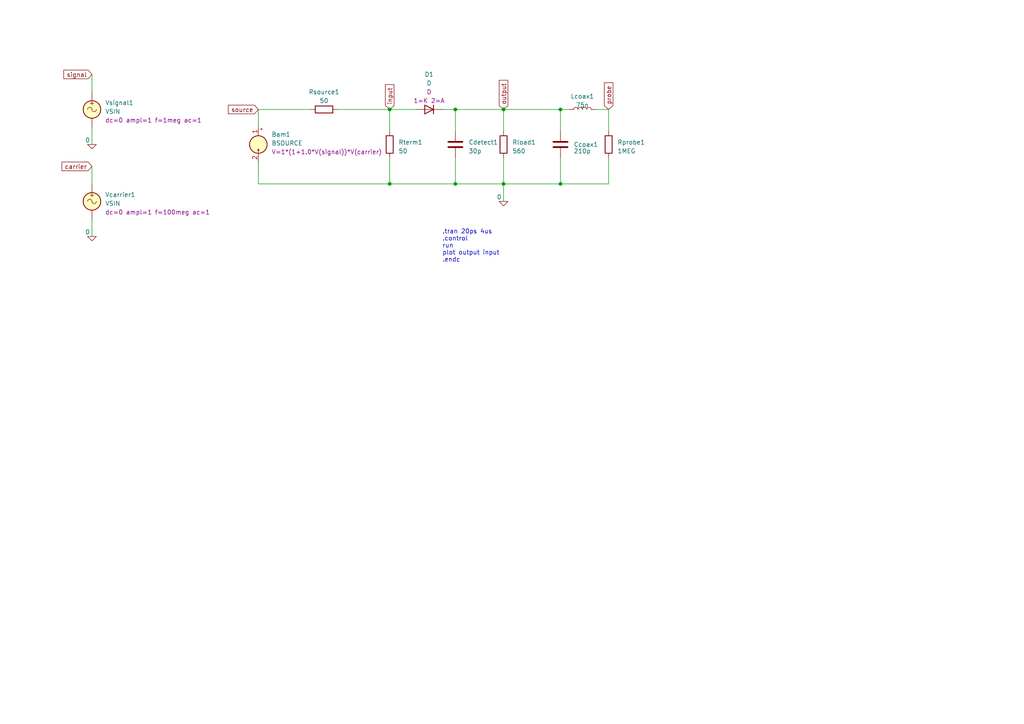
<source format=kicad_sch>
(kicad_sch (version 20230121) (generator eeschema)
  (paper "A4")
  (lib_symbols
    (symbol "Device:C" (pin_numbers hide) (pin_names (offset 0.254))
      (property "Reference" "C" (at 0.635 2.54 0))
      (property "Value" "C" (at 0.635 -2.54 0))
      (symbol "C_0_1"
        (polyline (pts (xy -2.032 -0.762) (xy 2.032 -0.762)) (stroke (width 0.508)))
        (polyline (pts (xy -2.032 0.762) (xy 2.032 0.762)) (stroke (width 0.508)))
      )
      (symbol "C_1_1"
        (pin passive line (at 0 3.81 270) (length 2.794) (name "~") (number "1"))
        (pin passive line (at 0 -3.81 90) (length 2.794) (name "~") (number "2"))
      )
    )
    (symbol "Device:L" (pin_numbers hide) (pin_names (offset 1.016) hide)
      (property "Reference" "L" (at -1.27 0 90))
      (property "Value" "L" (at 1.905 0 90))
      (symbol "L_0_1"
        (arc (start 0 -2.54) (mid 0.6323 -1.905) (end 0 -1.27))
        (arc (start 0 -1.27) (mid 0.6323 -0.635) (end 0 0))
        (arc (start 0 0) (mid 0.6323 0.635) (end 0 1.27))
        (arc (start 0 1.27) (mid 0.6323 1.905) (end 0 2.54))
      )
      (symbol "L_1_1"
        (pin passive line (at 0 3.81 270) (length 1.27) (name "1") (number "1"))
        (pin passive line (at 0 -3.81 90) (length 1.27) (name "2") (number "2"))
      )
    )
    (symbol "Device:R" (pin_numbers hide) (pin_names (offset 0))
      (property "Reference" "R" (at 2.032 0 90))
      (property "Value" "R" (at 0 0 90))
      (symbol "R_0_1"
        (rectangle (start -1.016 -2.54) (end 1.016 2.54) (stroke (width 0.254)))
      )
      (symbol "R_1_1"
        (pin passive line (at 0 3.81 270) (length 1.27) (name "~") (number "1"))
        (pin passive line (at 0 -3.81 90) (length 1.27) (name "~") (number "2"))
      )
    )
    (symbol "Simulation_SPICE:0" (power) (pin_names (offset 0))
      (property "Value" "0" (at 0 -1.778 0))
      (symbol "0_0_1"
        (polyline (pts (xy -1.27 0) (xy 0 -1.27) (xy 1.27 0) (xy -1.27 0)))
      )
      (symbol "0_1_1"
        (pin power_in line (at 0 0 0) (length 0) hide (name "0") (number "1"))
      )
    )
    (symbol "Simulation_SPICE:BSOURCE" (pin_names (offset 1.016) hide)
      (property "Reference" "B" (at 2.54 2.54 0))
      (property "Value" "BSOURCE" (at 2.54 0 0))
      (property "Sim.Params" "v=1" (at 2.54 -2.54 0))
      (symbol "BSOURCE_0_1"
        (polyline (pts (xy 0 -1.27) (xy 0 -2.286)))
        (polyline (pts (xy 0.254 -1.778) (xy 0 -1.27) (xy -0.254 -1.778)))
        (circle (center 0 0) (radius 2.54) (stroke (width 0.254)) (fill (type background)))
      )
      (symbol "BSOURCE_1_1"
        (polyline (pts (xy 0.635 4.445) (xy 1.143 4.445)))
        (polyline (pts (xy 0.889 4.699) (xy 0.889 4.191)))
        (pin passive line (at 0 5.08 270) (length 2.54) (name "N+") (number "1"))
        (pin passive line (at 0 -5.08 90) (length 2.54) (name "N-") (number "2"))
      )
    )
    (symbol "Simulation_SPICE:D" (pin_numbers hide) (pin_names (offset 1.016) hide)
      (property "Reference" "D" (at 0 2.54 0))
      (property "Value" "D" (at 0 -2.54 0))
      (property "Sim.Device" "D" (at 0 0 0))
      (property "Sim.Pins" "1=K 2=A" (at 0 0 0))
      (symbol "D_0_1"
        (polyline (pts (xy -1.27 1.27) (xy -1.27 -1.27)) (stroke (width 0.254)))
        (polyline (pts (xy 1.27 0) (xy -1.27 0)))
        (polyline (pts (xy 1.27 1.27) (xy 1.27 -1.27) (xy -1.27 0) (xy 1.27 1.27)) (stroke (width 0.254)))
      )
      (symbol "D_1_1"
        (pin passive line (at -3.81 0 0) (length 2.54) (name "K") (number "1"))
        (pin passive line (at 3.81 0 180) (length 2.54) (name "A") (number "2"))
      )
    )
    (symbol "Simulation_SPICE:VSIN" (pin_numbers hide) (pin_names (offset 0.0254))
      (property "Reference" "V" (at 2.54 2.54 0))
      (property "Value" "VSIN" (at 2.54 0 0))
      (property "Sim.Params" "dc=0 ampl=1 f=1k ac=1" (at 2.54 -2.54 0))
      (symbol "VSIN_0_0"
        (arc (start 0 0) (mid -0.635 0.6323) (end -1.27 0))
        (arc (start 0 0) (mid 0.635 -0.6323) (end 1.27 0))
        (text "+" (at 0 1.905 0) (effects (font (size 1.27 1.27))))
      )
      (symbol "VSIN_0_1"
        (circle (center 0 0) (radius 2.54) (stroke (width 0.254)) (fill (type background)))
      )
      (symbol "VSIN_1_1"
        (pin passive line (at 0 5.08 270) (length 2.54) (name "~") (number "1"))
        (pin passive line (at 0 -5.08 90) (length 2.54) (name "~") (number "2"))
      )
    )
  )
  (junction (at 113.03 31.75))
  (junction (at 162.56 53.34))
  (junction (at 146.05 31.75))
  (junction (at 132.08 53.34))
  (junction (at 132.08 31.75))
  (junction (at 113.03 53.34))
  (junction (at 162.56 31.75))
  (junction (at 146.05 53.34))
  (wire (pts (xy 146.05 45.72) (xy 146.05 53.34)))
  (wire (pts (xy 97.79 31.75) (xy 113.03 31.75)))
  (wire (pts (xy 146.05 53.34) (xy 162.56 53.34)))
  (wire (pts (xy 146.05 31.75) (xy 162.56 31.75)))
  (wire (pts (xy 132.08 45.72) (xy 132.08 53.34)))
  (wire (pts (xy 132.08 31.75) (xy 132.08 38.1)))
  (wire (pts (xy 113.03 31.75) (xy 113.03 38.1)))
  (wire (pts (xy 128.27 31.75) (xy 132.08 31.75)))
  (wire (pts (xy 146.05 53.34) (xy 146.05 58.42)))
  (wire (pts (xy 176.53 53.34) (xy 176.53 45.72)))
  (wire (pts (xy 113.03 45.72) (xy 113.03 53.34)))
  (wire (pts (xy 26.67 48.26) (xy 26.67 53.34)))
  (wire (pts (xy 113.03 53.34) (xy 132.08 53.34)))
  (wire (pts (xy 132.08 53.34) (xy 146.05 53.34)))
  (wire (pts (xy 162.56 53.34) (xy 162.56 45.72)))
  (wire (pts (xy 74.93 31.75) (xy 90.17 31.75)))
  (wire (pts (xy 162.56 53.34) (xy 176.53 53.34)))
  (wire (pts (xy 26.67 36.83) (xy 26.67 41.91)))
  (wire (pts (xy 26.67 63.5) (xy 26.67 68.58)))
  (wire (pts (xy 146.05 31.75) (xy 146.05 38.1)))
  (wire (pts (xy 113.03 31.75) (xy 120.65 31.75)))
  (wire (pts (xy 132.08 31.75) (xy 146.05 31.75)))
  (wire (pts (xy 74.93 53.34) (xy 113.03 53.34)))
  (wire (pts (xy 162.56 31.75) (xy 165.1 31.75)))
  (wire (pts (xy 176.53 31.75) (xy 176.53 38.1)))
  (wire (pts (xy 172.72 31.75) (xy 176.53 31.75)))
  (wire (pts (xy 74.93 31.75) (xy 74.93 36.83)))
  (wire (pts (xy 26.67 21.59) (xy 26.67 26.67)))
  (wire (pts (xy 162.56 31.75) (xy 162.56 38.1)))
  (wire (pts (xy 74.93 46.99) (xy 74.93 53.34)))
  (text ".tran 20ps 4us\n.control\nrun\nplot output input\n.endc" (at 128.27 76.2 0) (effects (font (size 1.27 1.27)) (justify left bottom)))
  (global_label "output" (shape input) (at 146.05 31.75 90) (property "Intersheetrefs" "${INTERSHEET_REFS}" (effects hide)))
  (global_label "signal" (shape input) (at 26.67 21.59 180) (property "Intersheetrefs" "${INTERSHEET_REFS}" (effects hide)))
  (global_label "carrier" (shape input) (at 26.67 48.26 180) (property "Intersheetrefs" "${INTERSHEET_REFS}" (effects hide)))
  (global_label "input" (shape input) (at 113.03 31.75 90) (property "Intersheetrefs" "${INTERSHEET_REFS}" (effects hide)))
  (global_label "source" (shape input) (at 74.93 31.75 180) (property "Intersheetrefs" "${INTERSHEET_REFS}" (effects hide)))
  (global_label "probe" (shape input) (at 176.53 31.75 90) (property "Intersheetrefs" "${INTERSHEET_REFS}" (effects hide)))
  (symbol (lib_id "Simulation_SPICE:0") (at 146.05 58.42 0) (unit 1)
    (property "Reference" "#GND05" (effects hide))
    (property "Value" "0" (at 144.78 57.15 0))
  )
  (symbol (lib_id "Simulation_SPICE:0") (at 26.67 68.58 0) (unit 1)
    (property "Reference" "#GND02" (effects hide))
    (property "Value" "0" (at 25.4 67.31 0))
  )
  (symbol (lib_id "Device:L") (at 168.91 31.75 90) (unit 1)
    (property "Reference" "Lcoax1" (at 168.91 27.94 90))
    (property "Value" "75n" (at 168.91 30.48 90))
  )
  (symbol (lib_id "Device:C") (at 162.56 41.91 0) (unit 1)
    (property "Reference" "Ccoax1" (at 166.37 41.91 0) (effects (justify left)))
    (property "Value" "210p" (at 166.37 43.815 0) (effects (justify left)))
  )
  (symbol (lib_id "Device:C") (at 132.08 41.91 0) (unit 1)
    (property "Reference" "Cdetect1" (at 135.89 41.275 0) (effects (justify left)))
    (property "Value" "30p" (at 135.89 43.815 0) (effects (justify left)))
  )
  (symbol (lib_id "Device:R") (at 176.53 41.91 180) (unit 1)
    (property "Reference" "Rprobe1" (at 179.07 41.275 0) (effects (justify right)))
    (property "Value" "1MEG" (at 179.07 43.815 0) (effects (justify right)))
  )
  (symbol (lib_id "Simulation_SPICE:BSOURCE") (at 74.93 41.91 0) (unit 1)
    (property "Reference" "Bam1" (at 78.74 38.989 0) (effects (justify left)))
    (property "Value" "BSOURCE" (at 78.74 41.529 0) (effects (justify left)))
    (property "Datasheet" "https://ngspice.sourceforge.io/docs.html" (effects hide))
    (property "Sim.Device" "V" (effects hide))
    (property "Sim.Type" "=" (effects hide))
    (property "Sim.Pins" "1=+ 2=-" (effects hide))
    (property "Sim.Params" "V=1*(1+1.0*V(signal))*V(carrier)" (at 78.74 44.069 0) (effects (justify left)))
  )
  (symbol (lib_id "Device:R") (at 93.98 31.75 90) (unit 1)
    (property "Reference" "Rsource1" (at 93.98 26.67 90))
    (property "Value" "50" (at 93.98 29.21 90))
  )
  (symbol (lib_id "Simulation_SPICE:0") (at 26.67 41.91 0) (unit 1)
    (property "Reference" "#GND01" (effects hide))
    (property "Value" "0" (at 25.4 40.64 0))
  )
  (symbol (lib_id "Simulation_SPICE:VSIN") (at 26.67 31.75 0) (unit 1)
    (property "Reference" "Vsignal1" (at 30.48 29.8092 0) (effects (justify left)))
    (property "Value" "VSIN" (at 30.48 32.3492 0) (effects (justify left)))
    (property "Sim.Pins" "1=+ 2=-" (effects hide))
    (property "Sim.Params" "dc=0 ampl=1 f=1meg ac=1" (at 30.48 34.8892 0) (effects (justify left)))
    (property "Sim.Type" "SIN" (effects hide))
    (property "Sim.Device" "V" (effects hide))
  )
  (symbol (lib_id "Simulation_SPICE:VSIN") (at 26.67 58.42 0) (unit 1)
    (property "Reference" "Vcarrier1" (at 30.48 56.4792 0) (effects (justify left)))
    (property "Value" "VSIN" (at 30.48 59.0192 0) (effects (justify left)))
    (property "Sim.Pins" "1=+ 2=-" (effects hide))
    (property "Sim.Params" "dc=0 ampl=1 f=100meg ac=1" (at 30.48 61.5592 0) (effects (justify left)))
    (property "Sim.Type" "SIN" (effects hide))
    (property "Sim.Device" "V" (effects hide))
  )
  (symbol (lib_id "Device:R") (at 113.03 41.91 180) (unit 1)
    (property "Reference" "Rterm1" (at 115.57 41.275 0) (effects (justify right)))
    (property "Value" "50" (at 115.57 43.815 0) (effects (justify right)))
  )
  (symbol (lib_id "Simulation_SPICE:D") (at 124.46 31.75 180) (unit 1)
    (property "Reference" "D1" (at 124.46 21.59 0))
    (property "Value" "D" (at 124.46 24.13 0))
    (property "Sim.Device" "D" (at 124.46 26.67 0))
    (property "Sim.Pins" "1=K 2=A" (at 124.46 29.21 0))
  )
  (symbol (lib_id "Device:R") (at 146.05 41.91 180) (unit 1)
    (property "Reference" "Rload1" (at 148.59 41.275 0) (effects (justify right)))
    (property "Value" "560" (at 148.59 43.815 0) (effects (justify right)))
  )
)
</source>
